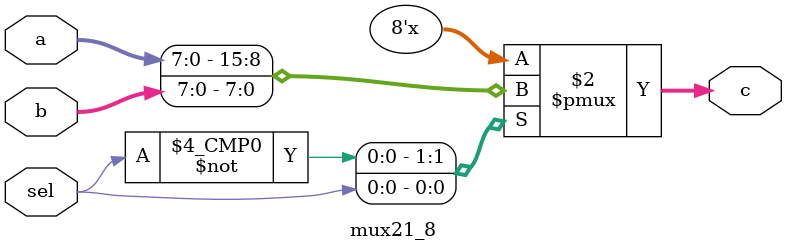
<source format=v>
module mux21_8(sel,a,b,c);

output[7:0] c;
input[7:0] a,b;
input sel;

reg [7:0] c;

always@(sel or a or b)
      case(sel)
          1'b0: c=a;
          1'b1: c=b;          
      endcase

endmodule
</source>
